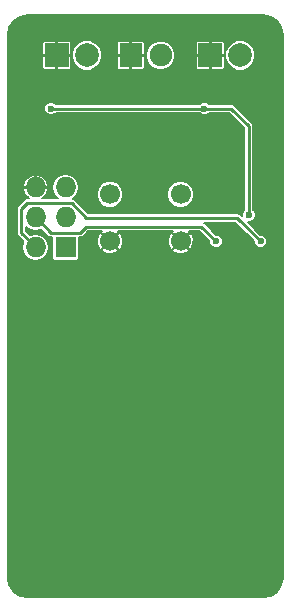
<source format=gbl>
G04 #@! TF.FileFunction,Copper,L2,Bot,Signal*
%FSLAX46Y46*%
G04 Gerber Fmt 4.6, Leading zero omitted, Abs format (unit mm)*
G04 Created by KiCad (PCBNEW 4.0.0-rc1-stable) date 8/9/2016 11:22:53 PM*
%MOMM*%
G01*
G04 APERTURE LIST*
%ADD10C,0.100000*%
%ADD11R,1.727200X1.727200*%
%ADD12O,1.727200X1.727200*%
%ADD13R,2.000000X2.000000*%
%ADD14C,2.000000*%
%ADD15R,1.900000X2.000000*%
%ADD16C,1.900000*%
%ADD17C,1.700000*%
%ADD18C,0.600000*%
%ADD19C,0.250000*%
%ADD20C,0.152400*%
G04 APERTURE END LIST*
D10*
D11*
X105250000Y-70000000D03*
D12*
X102710000Y-70000000D03*
X105250000Y-67460000D03*
X102710000Y-67460000D03*
X105250000Y-64920000D03*
X102710000Y-64920000D03*
D13*
X117500000Y-53750000D03*
D14*
X120040000Y-53750000D03*
D13*
X104500000Y-53750000D03*
D14*
X107040000Y-53750000D03*
D15*
X110750000Y-53750000D03*
D16*
X113290000Y-53750000D03*
D17*
X109000000Y-65500000D03*
X115000000Y-65500000D03*
X109000000Y-69500000D03*
X115000000Y-69500000D03*
D18*
X121750000Y-69500000D03*
X118000000Y-69500000D03*
X120750000Y-67250000D03*
X104000000Y-58250000D03*
X117000000Y-58250000D03*
D19*
X102710000Y-70000000D02*
X102710000Y-69960000D01*
X102710000Y-69960000D02*
X101500000Y-68750000D01*
X119750000Y-67500000D02*
X121750000Y-69500000D01*
X107000000Y-67500000D02*
X119750000Y-67500000D01*
X105750000Y-66250000D02*
X107000000Y-67500000D01*
X102000000Y-66250000D02*
X105750000Y-66250000D01*
X101500000Y-66750000D02*
X102000000Y-66250000D01*
X101500000Y-68750000D02*
X101500000Y-66750000D01*
X102710000Y-67460000D02*
X104000000Y-68750000D01*
X116750000Y-68250000D02*
X118000000Y-69500000D01*
X107000000Y-68250000D02*
X116750000Y-68250000D01*
X106500000Y-68750000D02*
X107000000Y-68250000D01*
X104000000Y-68750000D02*
X106500000Y-68750000D01*
X117000000Y-58250000D02*
X119250000Y-58250000D01*
X120750000Y-67250000D02*
X120750000Y-59750000D01*
X119250000Y-58250000D02*
X120750000Y-59750000D01*
X117000000Y-58250000D02*
X104000000Y-58250000D01*
D20*
G36*
X122626854Y-50486644D02*
X123158273Y-50841727D01*
X123513356Y-51373147D01*
X123645000Y-52034966D01*
X123645000Y-97965034D01*
X123513356Y-98626853D01*
X123158273Y-99158273D01*
X122626854Y-99513356D01*
X121965034Y-99645000D01*
X102034966Y-99645000D01*
X101373147Y-99513356D01*
X100841727Y-99158273D01*
X100486644Y-98626854D01*
X100355000Y-97965034D01*
X100355000Y-66750000D01*
X101095000Y-66750000D01*
X101095000Y-68750000D01*
X101125829Y-68904987D01*
X101135928Y-68920101D01*
X101213622Y-69036378D01*
X101674530Y-69497286D01*
X101631047Y-69562363D01*
X101543996Y-70000000D01*
X101631047Y-70437637D01*
X101878949Y-70808647D01*
X102249959Y-71056549D01*
X102687596Y-71143600D01*
X102732404Y-71143600D01*
X103170041Y-71056549D01*
X103541051Y-70808647D01*
X103788953Y-70437637D01*
X103876004Y-70000000D01*
X103788953Y-69562363D01*
X103541051Y-69191353D01*
X103170041Y-68943451D01*
X102732404Y-68856400D01*
X102687596Y-68856400D01*
X102263512Y-68940755D01*
X101905000Y-68582244D01*
X101905000Y-68286054D01*
X102249959Y-68516549D01*
X102687596Y-68603600D01*
X102732404Y-68603600D01*
X103170041Y-68516549D01*
X103184279Y-68507035D01*
X103713621Y-69036378D01*
X103845013Y-69124171D01*
X104000000Y-69155000D01*
X104100915Y-69155000D01*
X104100915Y-70863600D01*
X104120439Y-70967362D01*
X104181762Y-71062660D01*
X104275330Y-71126593D01*
X104386400Y-71149085D01*
X106113600Y-71149085D01*
X106217362Y-71129561D01*
X106312660Y-71068238D01*
X106376593Y-70974670D01*
X106399085Y-70863600D01*
X106399085Y-70255165D01*
X108281181Y-70255165D01*
X108374562Y-70404564D01*
X108768333Y-70575053D01*
X109197373Y-70581875D01*
X109596365Y-70423991D01*
X109625438Y-70404564D01*
X109718819Y-70255165D01*
X114281181Y-70255165D01*
X114374562Y-70404564D01*
X114768333Y-70575053D01*
X115197373Y-70581875D01*
X115596365Y-70423991D01*
X115625438Y-70404564D01*
X115718819Y-70255165D01*
X115000000Y-69536345D01*
X114281181Y-70255165D01*
X109718819Y-70255165D01*
X109000000Y-69536345D01*
X108281181Y-70255165D01*
X106399085Y-70255165D01*
X106399085Y-69697373D01*
X107918125Y-69697373D01*
X108076009Y-70096365D01*
X108095436Y-70125438D01*
X108244835Y-70218819D01*
X108963655Y-69500000D01*
X109036345Y-69500000D01*
X109755165Y-70218819D01*
X109904564Y-70125438D01*
X110075053Y-69731667D01*
X110075598Y-69697373D01*
X113918125Y-69697373D01*
X114076009Y-70096365D01*
X114095436Y-70125438D01*
X114244835Y-70218819D01*
X114963655Y-69500000D01*
X115036345Y-69500000D01*
X115755165Y-70218819D01*
X115904564Y-70125438D01*
X116075053Y-69731667D01*
X116081875Y-69302627D01*
X115923991Y-68903635D01*
X115904564Y-68874562D01*
X115755165Y-68781181D01*
X115036345Y-69500000D01*
X114963655Y-69500000D01*
X114244835Y-68781181D01*
X114095436Y-68874562D01*
X113924947Y-69268333D01*
X113918125Y-69697373D01*
X110075598Y-69697373D01*
X110081875Y-69302627D01*
X109923991Y-68903635D01*
X109904564Y-68874562D01*
X109755165Y-68781181D01*
X109036345Y-69500000D01*
X108963655Y-69500000D01*
X108244835Y-68781181D01*
X108095436Y-68874562D01*
X107924947Y-69268333D01*
X107918125Y-69697373D01*
X106399085Y-69697373D01*
X106399085Y-69155000D01*
X106500000Y-69155000D01*
X106654987Y-69124171D01*
X106786378Y-69036378D01*
X107167756Y-68655000D01*
X108337332Y-68655000D01*
X108281181Y-68744835D01*
X109000000Y-69463655D01*
X109718819Y-68744835D01*
X109662668Y-68655000D01*
X114337332Y-68655000D01*
X114281181Y-68744835D01*
X115000000Y-69463655D01*
X115718819Y-68744835D01*
X115662668Y-68655000D01*
X116582244Y-68655000D01*
X117420006Y-69492762D01*
X117419899Y-69614863D01*
X117508013Y-69828114D01*
X117671027Y-69991413D01*
X117884125Y-70079899D01*
X118114863Y-70080101D01*
X118328114Y-69991987D01*
X118491413Y-69828973D01*
X118579899Y-69615875D01*
X118580101Y-69385137D01*
X118491987Y-69171886D01*
X118328973Y-69008587D01*
X118115875Y-68920101D01*
X117992749Y-68919993D01*
X117036378Y-67963622D01*
X116948644Y-67905000D01*
X119582244Y-67905000D01*
X121170006Y-69492762D01*
X121169899Y-69614863D01*
X121258013Y-69828114D01*
X121421027Y-69991413D01*
X121634125Y-70079899D01*
X121864863Y-70080101D01*
X122078114Y-69991987D01*
X122241413Y-69828973D01*
X122329899Y-69615875D01*
X122330101Y-69385137D01*
X122241987Y-69171886D01*
X122078973Y-69008587D01*
X121865875Y-68920101D01*
X121742749Y-68919993D01*
X120652671Y-67829915D01*
X120864863Y-67830101D01*
X121078114Y-67741987D01*
X121241413Y-67578973D01*
X121329899Y-67365875D01*
X121330101Y-67135137D01*
X121241987Y-66921886D01*
X121155000Y-66834747D01*
X121155000Y-59750000D01*
X121124171Y-59595013D01*
X121036378Y-59463622D01*
X119536378Y-57963622D01*
X119404987Y-57875829D01*
X119250000Y-57845000D01*
X117415235Y-57845000D01*
X117328973Y-57758587D01*
X117115875Y-57670101D01*
X116885137Y-57669899D01*
X116671886Y-57758013D01*
X116584747Y-57845000D01*
X104415235Y-57845000D01*
X104328973Y-57758587D01*
X104115875Y-57670101D01*
X103885137Y-57669899D01*
X103671886Y-57758013D01*
X103508587Y-57921027D01*
X103420101Y-58134125D01*
X103419899Y-58364863D01*
X103508013Y-58578114D01*
X103671027Y-58741413D01*
X103884125Y-58829899D01*
X104114863Y-58830101D01*
X104328114Y-58741987D01*
X104415253Y-58655000D01*
X116584765Y-58655000D01*
X116671027Y-58741413D01*
X116884125Y-58829899D01*
X117114863Y-58830101D01*
X117328114Y-58741987D01*
X117415253Y-58655000D01*
X119082244Y-58655000D01*
X120345000Y-59917756D01*
X120345000Y-66834765D01*
X120258587Y-66921027D01*
X120170101Y-67134125D01*
X120169914Y-67347158D01*
X120036378Y-67213622D01*
X119948644Y-67155000D01*
X119904987Y-67125829D01*
X119750000Y-67095000D01*
X107167756Y-67095000D01*
X106036378Y-65963622D01*
X106023100Y-65954750D01*
X105904987Y-65875829D01*
X105870920Y-65869053D01*
X106081051Y-65728647D01*
X106084299Y-65723785D01*
X107869804Y-65723785D01*
X108041474Y-66139257D01*
X108359071Y-66457409D01*
X108774243Y-66629803D01*
X109223785Y-66630196D01*
X109639257Y-66458526D01*
X109957409Y-66140929D01*
X110129803Y-65725757D01*
X110129804Y-65723785D01*
X113869804Y-65723785D01*
X114041474Y-66139257D01*
X114359071Y-66457409D01*
X114774243Y-66629803D01*
X115223785Y-66630196D01*
X115639257Y-66458526D01*
X115957409Y-66140929D01*
X116129803Y-65725757D01*
X116130196Y-65276215D01*
X115958526Y-64860743D01*
X115640929Y-64542591D01*
X115225757Y-64370197D01*
X114776215Y-64369804D01*
X114360743Y-64541474D01*
X114042591Y-64859071D01*
X113870197Y-65274243D01*
X113869804Y-65723785D01*
X110129804Y-65723785D01*
X110130196Y-65276215D01*
X109958526Y-64860743D01*
X109640929Y-64542591D01*
X109225757Y-64370197D01*
X108776215Y-64369804D01*
X108360743Y-64541474D01*
X108042591Y-64859071D01*
X107870197Y-65274243D01*
X107869804Y-65723785D01*
X106084299Y-65723785D01*
X106328953Y-65357637D01*
X106416004Y-64920000D01*
X106328953Y-64482363D01*
X106081051Y-64111353D01*
X105710041Y-63863451D01*
X105272404Y-63776400D01*
X105227596Y-63776400D01*
X104789959Y-63863451D01*
X104418949Y-64111353D01*
X104171047Y-64482363D01*
X104083996Y-64920000D01*
X104171047Y-65357637D01*
X104418949Y-65728647D01*
X104593083Y-65845000D01*
X103283661Y-65845000D01*
X103302429Y-65837570D01*
X103608472Y-65541011D01*
X103777731Y-65149909D01*
X103784435Y-65116194D01*
X103744731Y-64945700D01*
X102735700Y-64945700D01*
X102735700Y-64965700D01*
X102684300Y-64965700D01*
X102684300Y-64945700D01*
X101675269Y-64945700D01*
X101635565Y-65116194D01*
X101642269Y-65149909D01*
X101811528Y-65541011D01*
X102117571Y-65837570D01*
X102136339Y-65845000D01*
X102000000Y-65845000D01*
X101845013Y-65875829D01*
X101726900Y-65954750D01*
X101713622Y-65963622D01*
X101213622Y-66463622D01*
X101125829Y-66595013D01*
X101095000Y-66750000D01*
X100355000Y-66750000D01*
X100355000Y-64723806D01*
X101635565Y-64723806D01*
X101675269Y-64894300D01*
X102684300Y-64894300D01*
X102684300Y-63885250D01*
X102735700Y-63885250D01*
X102735700Y-64894300D01*
X103744731Y-64894300D01*
X103784435Y-64723806D01*
X103777731Y-64690091D01*
X103608472Y-64298989D01*
X103302429Y-64002430D01*
X102906194Y-63845563D01*
X102735700Y-63885250D01*
X102684300Y-63885250D01*
X102513806Y-63845563D01*
X102117571Y-64002430D01*
X101811528Y-64298989D01*
X101642269Y-64690091D01*
X101635565Y-64723806D01*
X100355000Y-64723806D01*
X100355000Y-53832850D01*
X103271400Y-53832850D01*
X103271400Y-54795471D01*
X103306202Y-54879491D01*
X103370508Y-54943797D01*
X103454528Y-54978600D01*
X104417150Y-54978600D01*
X104474300Y-54921450D01*
X104474300Y-53775700D01*
X104525700Y-53775700D01*
X104525700Y-54921450D01*
X104582850Y-54978600D01*
X105545472Y-54978600D01*
X105629492Y-54943797D01*
X105693798Y-54879491D01*
X105728600Y-54795471D01*
X105728600Y-54003491D01*
X105759778Y-54003491D01*
X105954236Y-54474115D01*
X106313991Y-54834499D01*
X106784275Y-55029778D01*
X107293491Y-55030222D01*
X107764115Y-54835764D01*
X108124499Y-54476009D01*
X108319778Y-54005725D01*
X108319928Y-53832850D01*
X109571400Y-53832850D01*
X109571400Y-54795471D01*
X109606202Y-54879491D01*
X109670508Y-54943797D01*
X109754528Y-54978600D01*
X110667150Y-54978600D01*
X110724300Y-54921450D01*
X110724300Y-53775700D01*
X110775700Y-53775700D01*
X110775700Y-54921450D01*
X110832850Y-54978600D01*
X111745472Y-54978600D01*
X111829492Y-54943797D01*
X111893798Y-54879491D01*
X111928600Y-54795471D01*
X111928600Y-53993589D01*
X112059787Y-53993589D01*
X112246649Y-54445829D01*
X112592351Y-54792135D01*
X113044265Y-54979786D01*
X113533589Y-54980213D01*
X113985829Y-54793351D01*
X114332135Y-54447649D01*
X114519786Y-53995735D01*
X114519928Y-53832850D01*
X116271400Y-53832850D01*
X116271400Y-54795471D01*
X116306202Y-54879491D01*
X116370508Y-54943797D01*
X116454528Y-54978600D01*
X117417150Y-54978600D01*
X117474300Y-54921450D01*
X117474300Y-53775700D01*
X117525700Y-53775700D01*
X117525700Y-54921450D01*
X117582850Y-54978600D01*
X118545472Y-54978600D01*
X118629492Y-54943797D01*
X118693798Y-54879491D01*
X118728600Y-54795471D01*
X118728600Y-54003491D01*
X118759778Y-54003491D01*
X118954236Y-54474115D01*
X119313991Y-54834499D01*
X119784275Y-55029778D01*
X120293491Y-55030222D01*
X120764115Y-54835764D01*
X121124499Y-54476009D01*
X121319778Y-54005725D01*
X121320222Y-53496509D01*
X121125764Y-53025885D01*
X120766009Y-52665501D01*
X120295725Y-52470222D01*
X119786509Y-52469778D01*
X119315885Y-52664236D01*
X118955501Y-53023991D01*
X118760222Y-53494275D01*
X118759778Y-54003491D01*
X118728600Y-54003491D01*
X118728600Y-53832850D01*
X118671450Y-53775700D01*
X117525700Y-53775700D01*
X117474300Y-53775700D01*
X116328550Y-53775700D01*
X116271400Y-53832850D01*
X114519928Y-53832850D01*
X114520213Y-53506411D01*
X114333351Y-53054171D01*
X113987649Y-52707865D01*
X113979616Y-52704529D01*
X116271400Y-52704529D01*
X116271400Y-53667150D01*
X116328550Y-53724300D01*
X117474300Y-53724300D01*
X117474300Y-52578550D01*
X117525700Y-52578550D01*
X117525700Y-53724300D01*
X118671450Y-53724300D01*
X118728600Y-53667150D01*
X118728600Y-52704529D01*
X118693798Y-52620509D01*
X118629492Y-52556203D01*
X118545472Y-52521400D01*
X117582850Y-52521400D01*
X117525700Y-52578550D01*
X117474300Y-52578550D01*
X117417150Y-52521400D01*
X116454528Y-52521400D01*
X116370508Y-52556203D01*
X116306202Y-52620509D01*
X116271400Y-52704529D01*
X113979616Y-52704529D01*
X113535735Y-52520214D01*
X113046411Y-52519787D01*
X112594171Y-52706649D01*
X112247865Y-53052351D01*
X112060214Y-53504265D01*
X112059787Y-53993589D01*
X111928600Y-53993589D01*
X111928600Y-53832850D01*
X111871450Y-53775700D01*
X110775700Y-53775700D01*
X110724300Y-53775700D01*
X109628550Y-53775700D01*
X109571400Y-53832850D01*
X108319928Y-53832850D01*
X108320222Y-53496509D01*
X108125764Y-53025885D01*
X107804969Y-52704529D01*
X109571400Y-52704529D01*
X109571400Y-53667150D01*
X109628550Y-53724300D01*
X110724300Y-53724300D01*
X110724300Y-52578550D01*
X110775700Y-52578550D01*
X110775700Y-53724300D01*
X111871450Y-53724300D01*
X111928600Y-53667150D01*
X111928600Y-52704529D01*
X111893798Y-52620509D01*
X111829492Y-52556203D01*
X111745472Y-52521400D01*
X110832850Y-52521400D01*
X110775700Y-52578550D01*
X110724300Y-52578550D01*
X110667150Y-52521400D01*
X109754528Y-52521400D01*
X109670508Y-52556203D01*
X109606202Y-52620509D01*
X109571400Y-52704529D01*
X107804969Y-52704529D01*
X107766009Y-52665501D01*
X107295725Y-52470222D01*
X106786509Y-52469778D01*
X106315885Y-52664236D01*
X105955501Y-53023991D01*
X105760222Y-53494275D01*
X105759778Y-54003491D01*
X105728600Y-54003491D01*
X105728600Y-53832850D01*
X105671450Y-53775700D01*
X104525700Y-53775700D01*
X104474300Y-53775700D01*
X103328550Y-53775700D01*
X103271400Y-53832850D01*
X100355000Y-53832850D01*
X100355000Y-52704529D01*
X103271400Y-52704529D01*
X103271400Y-53667150D01*
X103328550Y-53724300D01*
X104474300Y-53724300D01*
X104474300Y-52578550D01*
X104525700Y-52578550D01*
X104525700Y-53724300D01*
X105671450Y-53724300D01*
X105728600Y-53667150D01*
X105728600Y-52704529D01*
X105693798Y-52620509D01*
X105629492Y-52556203D01*
X105545472Y-52521400D01*
X104582850Y-52521400D01*
X104525700Y-52578550D01*
X104474300Y-52578550D01*
X104417150Y-52521400D01*
X103454528Y-52521400D01*
X103370508Y-52556203D01*
X103306202Y-52620509D01*
X103271400Y-52704529D01*
X100355000Y-52704529D01*
X100355000Y-52034966D01*
X100486644Y-51373146D01*
X100841727Y-50841727D01*
X101373147Y-50486644D01*
X102034966Y-50355000D01*
X121965034Y-50355000D01*
X122626854Y-50486644D01*
X122626854Y-50486644D01*
G37*
X122626854Y-50486644D02*
X123158273Y-50841727D01*
X123513356Y-51373147D01*
X123645000Y-52034966D01*
X123645000Y-97965034D01*
X123513356Y-98626853D01*
X123158273Y-99158273D01*
X122626854Y-99513356D01*
X121965034Y-99645000D01*
X102034966Y-99645000D01*
X101373147Y-99513356D01*
X100841727Y-99158273D01*
X100486644Y-98626854D01*
X100355000Y-97965034D01*
X100355000Y-66750000D01*
X101095000Y-66750000D01*
X101095000Y-68750000D01*
X101125829Y-68904987D01*
X101135928Y-68920101D01*
X101213622Y-69036378D01*
X101674530Y-69497286D01*
X101631047Y-69562363D01*
X101543996Y-70000000D01*
X101631047Y-70437637D01*
X101878949Y-70808647D01*
X102249959Y-71056549D01*
X102687596Y-71143600D01*
X102732404Y-71143600D01*
X103170041Y-71056549D01*
X103541051Y-70808647D01*
X103788953Y-70437637D01*
X103876004Y-70000000D01*
X103788953Y-69562363D01*
X103541051Y-69191353D01*
X103170041Y-68943451D01*
X102732404Y-68856400D01*
X102687596Y-68856400D01*
X102263512Y-68940755D01*
X101905000Y-68582244D01*
X101905000Y-68286054D01*
X102249959Y-68516549D01*
X102687596Y-68603600D01*
X102732404Y-68603600D01*
X103170041Y-68516549D01*
X103184279Y-68507035D01*
X103713621Y-69036378D01*
X103845013Y-69124171D01*
X104000000Y-69155000D01*
X104100915Y-69155000D01*
X104100915Y-70863600D01*
X104120439Y-70967362D01*
X104181762Y-71062660D01*
X104275330Y-71126593D01*
X104386400Y-71149085D01*
X106113600Y-71149085D01*
X106217362Y-71129561D01*
X106312660Y-71068238D01*
X106376593Y-70974670D01*
X106399085Y-70863600D01*
X106399085Y-70255165D01*
X108281181Y-70255165D01*
X108374562Y-70404564D01*
X108768333Y-70575053D01*
X109197373Y-70581875D01*
X109596365Y-70423991D01*
X109625438Y-70404564D01*
X109718819Y-70255165D01*
X114281181Y-70255165D01*
X114374562Y-70404564D01*
X114768333Y-70575053D01*
X115197373Y-70581875D01*
X115596365Y-70423991D01*
X115625438Y-70404564D01*
X115718819Y-70255165D01*
X115000000Y-69536345D01*
X114281181Y-70255165D01*
X109718819Y-70255165D01*
X109000000Y-69536345D01*
X108281181Y-70255165D01*
X106399085Y-70255165D01*
X106399085Y-69697373D01*
X107918125Y-69697373D01*
X108076009Y-70096365D01*
X108095436Y-70125438D01*
X108244835Y-70218819D01*
X108963655Y-69500000D01*
X109036345Y-69500000D01*
X109755165Y-70218819D01*
X109904564Y-70125438D01*
X110075053Y-69731667D01*
X110075598Y-69697373D01*
X113918125Y-69697373D01*
X114076009Y-70096365D01*
X114095436Y-70125438D01*
X114244835Y-70218819D01*
X114963655Y-69500000D01*
X115036345Y-69500000D01*
X115755165Y-70218819D01*
X115904564Y-70125438D01*
X116075053Y-69731667D01*
X116081875Y-69302627D01*
X115923991Y-68903635D01*
X115904564Y-68874562D01*
X115755165Y-68781181D01*
X115036345Y-69500000D01*
X114963655Y-69500000D01*
X114244835Y-68781181D01*
X114095436Y-68874562D01*
X113924947Y-69268333D01*
X113918125Y-69697373D01*
X110075598Y-69697373D01*
X110081875Y-69302627D01*
X109923991Y-68903635D01*
X109904564Y-68874562D01*
X109755165Y-68781181D01*
X109036345Y-69500000D01*
X108963655Y-69500000D01*
X108244835Y-68781181D01*
X108095436Y-68874562D01*
X107924947Y-69268333D01*
X107918125Y-69697373D01*
X106399085Y-69697373D01*
X106399085Y-69155000D01*
X106500000Y-69155000D01*
X106654987Y-69124171D01*
X106786378Y-69036378D01*
X107167756Y-68655000D01*
X108337332Y-68655000D01*
X108281181Y-68744835D01*
X109000000Y-69463655D01*
X109718819Y-68744835D01*
X109662668Y-68655000D01*
X114337332Y-68655000D01*
X114281181Y-68744835D01*
X115000000Y-69463655D01*
X115718819Y-68744835D01*
X115662668Y-68655000D01*
X116582244Y-68655000D01*
X117420006Y-69492762D01*
X117419899Y-69614863D01*
X117508013Y-69828114D01*
X117671027Y-69991413D01*
X117884125Y-70079899D01*
X118114863Y-70080101D01*
X118328114Y-69991987D01*
X118491413Y-69828973D01*
X118579899Y-69615875D01*
X118580101Y-69385137D01*
X118491987Y-69171886D01*
X118328973Y-69008587D01*
X118115875Y-68920101D01*
X117992749Y-68919993D01*
X117036378Y-67963622D01*
X116948644Y-67905000D01*
X119582244Y-67905000D01*
X121170006Y-69492762D01*
X121169899Y-69614863D01*
X121258013Y-69828114D01*
X121421027Y-69991413D01*
X121634125Y-70079899D01*
X121864863Y-70080101D01*
X122078114Y-69991987D01*
X122241413Y-69828973D01*
X122329899Y-69615875D01*
X122330101Y-69385137D01*
X122241987Y-69171886D01*
X122078973Y-69008587D01*
X121865875Y-68920101D01*
X121742749Y-68919993D01*
X120652671Y-67829915D01*
X120864863Y-67830101D01*
X121078114Y-67741987D01*
X121241413Y-67578973D01*
X121329899Y-67365875D01*
X121330101Y-67135137D01*
X121241987Y-66921886D01*
X121155000Y-66834747D01*
X121155000Y-59750000D01*
X121124171Y-59595013D01*
X121036378Y-59463622D01*
X119536378Y-57963622D01*
X119404987Y-57875829D01*
X119250000Y-57845000D01*
X117415235Y-57845000D01*
X117328973Y-57758587D01*
X117115875Y-57670101D01*
X116885137Y-57669899D01*
X116671886Y-57758013D01*
X116584747Y-57845000D01*
X104415235Y-57845000D01*
X104328973Y-57758587D01*
X104115875Y-57670101D01*
X103885137Y-57669899D01*
X103671886Y-57758013D01*
X103508587Y-57921027D01*
X103420101Y-58134125D01*
X103419899Y-58364863D01*
X103508013Y-58578114D01*
X103671027Y-58741413D01*
X103884125Y-58829899D01*
X104114863Y-58830101D01*
X104328114Y-58741987D01*
X104415253Y-58655000D01*
X116584765Y-58655000D01*
X116671027Y-58741413D01*
X116884125Y-58829899D01*
X117114863Y-58830101D01*
X117328114Y-58741987D01*
X117415253Y-58655000D01*
X119082244Y-58655000D01*
X120345000Y-59917756D01*
X120345000Y-66834765D01*
X120258587Y-66921027D01*
X120170101Y-67134125D01*
X120169914Y-67347158D01*
X120036378Y-67213622D01*
X119948644Y-67155000D01*
X119904987Y-67125829D01*
X119750000Y-67095000D01*
X107167756Y-67095000D01*
X106036378Y-65963622D01*
X106023100Y-65954750D01*
X105904987Y-65875829D01*
X105870920Y-65869053D01*
X106081051Y-65728647D01*
X106084299Y-65723785D01*
X107869804Y-65723785D01*
X108041474Y-66139257D01*
X108359071Y-66457409D01*
X108774243Y-66629803D01*
X109223785Y-66630196D01*
X109639257Y-66458526D01*
X109957409Y-66140929D01*
X110129803Y-65725757D01*
X110129804Y-65723785D01*
X113869804Y-65723785D01*
X114041474Y-66139257D01*
X114359071Y-66457409D01*
X114774243Y-66629803D01*
X115223785Y-66630196D01*
X115639257Y-66458526D01*
X115957409Y-66140929D01*
X116129803Y-65725757D01*
X116130196Y-65276215D01*
X115958526Y-64860743D01*
X115640929Y-64542591D01*
X115225757Y-64370197D01*
X114776215Y-64369804D01*
X114360743Y-64541474D01*
X114042591Y-64859071D01*
X113870197Y-65274243D01*
X113869804Y-65723785D01*
X110129804Y-65723785D01*
X110130196Y-65276215D01*
X109958526Y-64860743D01*
X109640929Y-64542591D01*
X109225757Y-64370197D01*
X108776215Y-64369804D01*
X108360743Y-64541474D01*
X108042591Y-64859071D01*
X107870197Y-65274243D01*
X107869804Y-65723785D01*
X106084299Y-65723785D01*
X106328953Y-65357637D01*
X106416004Y-64920000D01*
X106328953Y-64482363D01*
X106081051Y-64111353D01*
X105710041Y-63863451D01*
X105272404Y-63776400D01*
X105227596Y-63776400D01*
X104789959Y-63863451D01*
X104418949Y-64111353D01*
X104171047Y-64482363D01*
X104083996Y-64920000D01*
X104171047Y-65357637D01*
X104418949Y-65728647D01*
X104593083Y-65845000D01*
X103283661Y-65845000D01*
X103302429Y-65837570D01*
X103608472Y-65541011D01*
X103777731Y-65149909D01*
X103784435Y-65116194D01*
X103744731Y-64945700D01*
X102735700Y-64945700D01*
X102735700Y-64965700D01*
X102684300Y-64965700D01*
X102684300Y-64945700D01*
X101675269Y-64945700D01*
X101635565Y-65116194D01*
X101642269Y-65149909D01*
X101811528Y-65541011D01*
X102117571Y-65837570D01*
X102136339Y-65845000D01*
X102000000Y-65845000D01*
X101845013Y-65875829D01*
X101726900Y-65954750D01*
X101713622Y-65963622D01*
X101213622Y-66463622D01*
X101125829Y-66595013D01*
X101095000Y-66750000D01*
X100355000Y-66750000D01*
X100355000Y-64723806D01*
X101635565Y-64723806D01*
X101675269Y-64894300D01*
X102684300Y-64894300D01*
X102684300Y-63885250D01*
X102735700Y-63885250D01*
X102735700Y-64894300D01*
X103744731Y-64894300D01*
X103784435Y-64723806D01*
X103777731Y-64690091D01*
X103608472Y-64298989D01*
X103302429Y-64002430D01*
X102906194Y-63845563D01*
X102735700Y-63885250D01*
X102684300Y-63885250D01*
X102513806Y-63845563D01*
X102117571Y-64002430D01*
X101811528Y-64298989D01*
X101642269Y-64690091D01*
X101635565Y-64723806D01*
X100355000Y-64723806D01*
X100355000Y-53832850D01*
X103271400Y-53832850D01*
X103271400Y-54795471D01*
X103306202Y-54879491D01*
X103370508Y-54943797D01*
X103454528Y-54978600D01*
X104417150Y-54978600D01*
X104474300Y-54921450D01*
X104474300Y-53775700D01*
X104525700Y-53775700D01*
X104525700Y-54921450D01*
X104582850Y-54978600D01*
X105545472Y-54978600D01*
X105629492Y-54943797D01*
X105693798Y-54879491D01*
X105728600Y-54795471D01*
X105728600Y-54003491D01*
X105759778Y-54003491D01*
X105954236Y-54474115D01*
X106313991Y-54834499D01*
X106784275Y-55029778D01*
X107293491Y-55030222D01*
X107764115Y-54835764D01*
X108124499Y-54476009D01*
X108319778Y-54005725D01*
X108319928Y-53832850D01*
X109571400Y-53832850D01*
X109571400Y-54795471D01*
X109606202Y-54879491D01*
X109670508Y-54943797D01*
X109754528Y-54978600D01*
X110667150Y-54978600D01*
X110724300Y-54921450D01*
X110724300Y-53775700D01*
X110775700Y-53775700D01*
X110775700Y-54921450D01*
X110832850Y-54978600D01*
X111745472Y-54978600D01*
X111829492Y-54943797D01*
X111893798Y-54879491D01*
X111928600Y-54795471D01*
X111928600Y-53993589D01*
X112059787Y-53993589D01*
X112246649Y-54445829D01*
X112592351Y-54792135D01*
X113044265Y-54979786D01*
X113533589Y-54980213D01*
X113985829Y-54793351D01*
X114332135Y-54447649D01*
X114519786Y-53995735D01*
X114519928Y-53832850D01*
X116271400Y-53832850D01*
X116271400Y-54795471D01*
X116306202Y-54879491D01*
X116370508Y-54943797D01*
X116454528Y-54978600D01*
X117417150Y-54978600D01*
X117474300Y-54921450D01*
X117474300Y-53775700D01*
X117525700Y-53775700D01*
X117525700Y-54921450D01*
X117582850Y-54978600D01*
X118545472Y-54978600D01*
X118629492Y-54943797D01*
X118693798Y-54879491D01*
X118728600Y-54795471D01*
X118728600Y-54003491D01*
X118759778Y-54003491D01*
X118954236Y-54474115D01*
X119313991Y-54834499D01*
X119784275Y-55029778D01*
X120293491Y-55030222D01*
X120764115Y-54835764D01*
X121124499Y-54476009D01*
X121319778Y-54005725D01*
X121320222Y-53496509D01*
X121125764Y-53025885D01*
X120766009Y-52665501D01*
X120295725Y-52470222D01*
X119786509Y-52469778D01*
X119315885Y-52664236D01*
X118955501Y-53023991D01*
X118760222Y-53494275D01*
X118759778Y-54003491D01*
X118728600Y-54003491D01*
X118728600Y-53832850D01*
X118671450Y-53775700D01*
X117525700Y-53775700D01*
X117474300Y-53775700D01*
X116328550Y-53775700D01*
X116271400Y-53832850D01*
X114519928Y-53832850D01*
X114520213Y-53506411D01*
X114333351Y-53054171D01*
X113987649Y-52707865D01*
X113979616Y-52704529D01*
X116271400Y-52704529D01*
X116271400Y-53667150D01*
X116328550Y-53724300D01*
X117474300Y-53724300D01*
X117474300Y-52578550D01*
X117525700Y-52578550D01*
X117525700Y-53724300D01*
X118671450Y-53724300D01*
X118728600Y-53667150D01*
X118728600Y-52704529D01*
X118693798Y-52620509D01*
X118629492Y-52556203D01*
X118545472Y-52521400D01*
X117582850Y-52521400D01*
X117525700Y-52578550D01*
X117474300Y-52578550D01*
X117417150Y-52521400D01*
X116454528Y-52521400D01*
X116370508Y-52556203D01*
X116306202Y-52620509D01*
X116271400Y-52704529D01*
X113979616Y-52704529D01*
X113535735Y-52520214D01*
X113046411Y-52519787D01*
X112594171Y-52706649D01*
X112247865Y-53052351D01*
X112060214Y-53504265D01*
X112059787Y-53993589D01*
X111928600Y-53993589D01*
X111928600Y-53832850D01*
X111871450Y-53775700D01*
X110775700Y-53775700D01*
X110724300Y-53775700D01*
X109628550Y-53775700D01*
X109571400Y-53832850D01*
X108319928Y-53832850D01*
X108320222Y-53496509D01*
X108125764Y-53025885D01*
X107804969Y-52704529D01*
X109571400Y-52704529D01*
X109571400Y-53667150D01*
X109628550Y-53724300D01*
X110724300Y-53724300D01*
X110724300Y-52578550D01*
X110775700Y-52578550D01*
X110775700Y-53724300D01*
X111871450Y-53724300D01*
X111928600Y-53667150D01*
X111928600Y-52704529D01*
X111893798Y-52620509D01*
X111829492Y-52556203D01*
X111745472Y-52521400D01*
X110832850Y-52521400D01*
X110775700Y-52578550D01*
X110724300Y-52578550D01*
X110667150Y-52521400D01*
X109754528Y-52521400D01*
X109670508Y-52556203D01*
X109606202Y-52620509D01*
X109571400Y-52704529D01*
X107804969Y-52704529D01*
X107766009Y-52665501D01*
X107295725Y-52470222D01*
X106786509Y-52469778D01*
X106315885Y-52664236D01*
X105955501Y-53023991D01*
X105760222Y-53494275D01*
X105759778Y-54003491D01*
X105728600Y-54003491D01*
X105728600Y-53832850D01*
X105671450Y-53775700D01*
X104525700Y-53775700D01*
X104474300Y-53775700D01*
X103328550Y-53775700D01*
X103271400Y-53832850D01*
X100355000Y-53832850D01*
X100355000Y-52704529D01*
X103271400Y-52704529D01*
X103271400Y-53667150D01*
X103328550Y-53724300D01*
X104474300Y-53724300D01*
X104474300Y-52578550D01*
X104525700Y-52578550D01*
X104525700Y-53724300D01*
X105671450Y-53724300D01*
X105728600Y-53667150D01*
X105728600Y-52704529D01*
X105693798Y-52620509D01*
X105629492Y-52556203D01*
X105545472Y-52521400D01*
X104582850Y-52521400D01*
X104525700Y-52578550D01*
X104474300Y-52578550D01*
X104417150Y-52521400D01*
X103454528Y-52521400D01*
X103370508Y-52556203D01*
X103306202Y-52620509D01*
X103271400Y-52704529D01*
X100355000Y-52704529D01*
X100355000Y-52034966D01*
X100486644Y-51373146D01*
X100841727Y-50841727D01*
X101373147Y-50486644D01*
X102034966Y-50355000D01*
X121965034Y-50355000D01*
X122626854Y-50486644D01*
M02*

</source>
